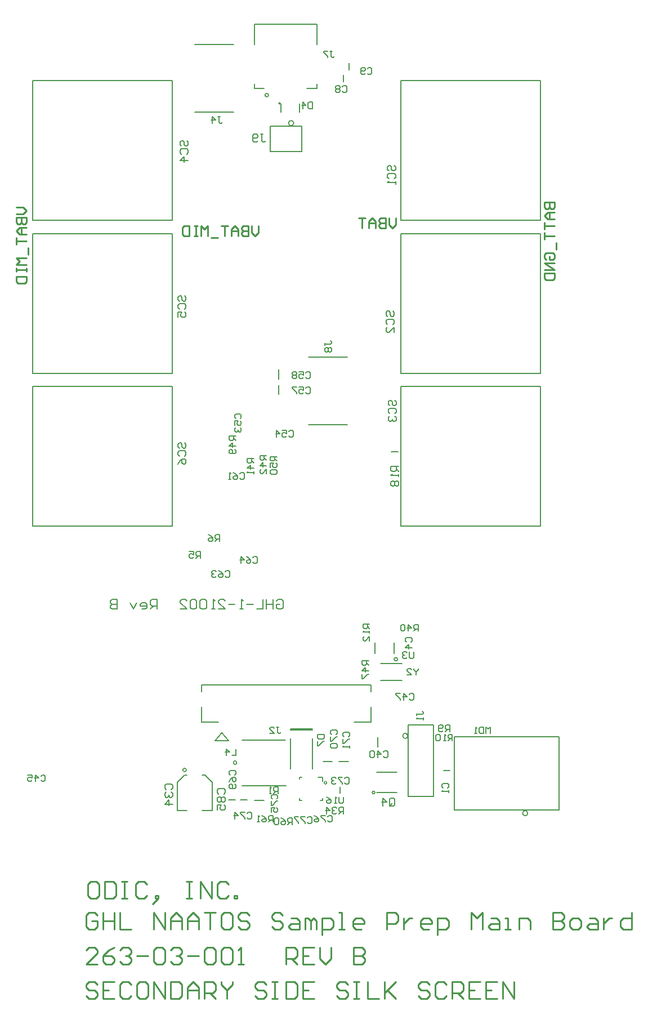
<source format=gbo>
G04*
G04 #@! TF.GenerationSoftware,Altium Limited,Altium Designer,24.9.1 (31)*
G04*
G04 Layer_Color=32896*
%FSLAX44Y44*%
%MOMM*%
G71*
G04*
G04 #@! TF.SameCoordinates,7F96DF23-6EF7-4123-9D03-ABB94F86F5D4*
G04*
G04*
G04 #@! TF.FilePolarity,Positive*
G04*
G01*
G75*
%ADD10C,0.2030*%
%ADD11C,0.1524*%
%ADD12C,0.2000*%
%ADD14C,0.2032*%
%ADD15C,0.1500*%
%ADD16C,0.1270*%
%ADD17C,0.2540*%
D10*
X427464Y38700D02*
X459464D01*
X427464Y12700D02*
X459464D01*
D11*
X135300Y-121710D02*
G03*
X135300Y-121710I-2540J0D01*
G01*
X276755Y880036D02*
G03*
X276755Y880036I-1270J0D01*
G01*
X468460Y-70500D02*
G03*
X468460Y-70500I-3810J0D01*
G01*
X211311Y-110805D02*
G03*
X211311Y-110805I-2540J0D01*
G01*
X648750Y-186690D02*
G03*
X648750Y-186690I-3810J0D01*
G01*
X296810Y850550D02*
G03*
X296810Y850550I-3810J0D01*
G01*
X419005Y-155536D02*
G03*
X419005Y-155536I-2000J0D01*
G01*
X132500Y-129500D02*
X136500D01*
X121500Y-140500D02*
X132500Y-129500D01*
X121500Y-182500D02*
Y-140500D01*
Y-182500D02*
X136500D01*
X159500Y-129500D02*
X163500D01*
X174500Y-140500D01*
Y-182500D02*
Y-140500D01*
X159500Y-182500D02*
X174500D01*
X469430Y-54279D02*
X507022D01*
X469430Y-161721D02*
Y-54279D01*
Y-161721D02*
X507022D01*
Y-54279D01*
X413245Y-49484D02*
Y-26669D01*
X158246Y-4268D02*
Y6516D01*
Y-49484D02*
X183545D01*
X387946D02*
X413245D01*
Y-4268D02*
Y6516D01*
X158246D02*
X413245D01*
X158246Y-49484D02*
Y-26669D01*
X178566Y-77964D02*
X188726Y-66026D01*
X198886Y-77964D01*
X178566D02*
X198886D01*
X219438Y-145095D02*
X284970D01*
X218930Y-76515D02*
X284463D01*
X538133Y-181864D02*
X695867D01*
Y-72136D01*
X538133D02*
X695867D01*
X538133Y-181864D02*
Y-72136D01*
X447688Y53879D02*
Y69612D01*
X419240Y53879D02*
Y69612D01*
X309221Y808178D02*
Y845770D01*
X261500D02*
X309221D01*
X261500Y808178D02*
Y845770D01*
Y808178D02*
X309221D01*
X422005Y-155536D02*
X452005D01*
X422005Y-125536D02*
X452005D01*
D12*
X258855Y892656D02*
G03*
X258855Y892656I-2540J0D01*
G01*
X271003Y132496D02*
X273502Y134995D01*
X278501D01*
X281000Y132496D01*
Y122499D01*
X278501Y120000D01*
X273502D01*
X271003Y122499D01*
Y127498D01*
X276002D01*
X266005Y134995D02*
Y120000D01*
Y127498D01*
X256008D01*
Y134995D01*
Y120000D01*
X251010Y134995D02*
Y120000D01*
X241013D01*
X236015Y127498D02*
X226018D01*
X221019Y120000D02*
X216021D01*
X218520D01*
Y134995D01*
X221019Y132496D01*
X208524Y127498D02*
X198527D01*
X183532Y120000D02*
X193528D01*
X183532Y129997D01*
Y132496D01*
X186031Y134995D01*
X191029D01*
X193528Y132496D01*
X178533Y120000D02*
X173535D01*
X176034D01*
Y134995D01*
X178533Y132496D01*
X166037D02*
X163538Y134995D01*
X158540D01*
X156040Y132496D01*
Y122499D01*
X158540Y120000D01*
X163538D01*
X166037Y122499D01*
Y132496D01*
X151042D02*
X148543Y134995D01*
X143545D01*
X141045Y132496D01*
Y122499D01*
X143545Y120000D01*
X148543D01*
X151042Y122499D01*
Y132496D01*
X126050Y120000D02*
X136047D01*
X126050Y129997D01*
Y132496D01*
X128549Y134995D01*
X133548D01*
X136047Y132496D01*
X91061Y120000D02*
Y134995D01*
X83564D01*
X81065Y132496D01*
Y127498D01*
X83564Y124998D01*
X91061D01*
X86063D02*
X81065Y120000D01*
X68569D02*
X73567D01*
X76066Y122499D01*
Y127498D01*
X73567Y129997D01*
X68569D01*
X66070Y127498D01*
Y124998D01*
X76066D01*
X61071Y129997D02*
X56073Y120000D01*
X51074Y129997D01*
X31081Y134995D02*
Y120000D01*
X23583D01*
X21084Y122499D01*
Y124998D01*
X23583Y127498D01*
X31081D01*
X23583D01*
X21084Y129997D01*
Y132496D01*
X23583Y134995D01*
X31081D01*
D14*
X147790Y968800D02*
X206210D01*
X147790Y867200D02*
X206210D01*
X325461Y-119665D02*
Y-73945D01*
X292440Y-59975D02*
X325461D01*
X292440Y-61245D02*
Y-59975D01*
Y-61245D02*
X325461D01*
X292440Y-119665D02*
Y-73945D01*
X318790Y498800D02*
X377210D01*
X318790Y397200D02*
X377210D01*
X-96005Y704536D02*
X113995D01*
X-96005D02*
Y914536D01*
X113995D01*
Y704536D02*
Y914536D01*
X457995Y704536D02*
X667995D01*
X457995D02*
Y914536D01*
X667995D01*
Y704536D02*
Y914536D01*
X-96005Y474536D02*
X113995D01*
X-96005D02*
Y684536D01*
X113995D01*
Y474536D02*
Y684536D01*
X457995Y244536D02*
X667995D01*
X457995D02*
Y454536D01*
X667995D01*
Y244536D02*
Y454536D01*
X-96005Y244536D02*
X113995D01*
X-96005D02*
Y454536D01*
X113995D01*
Y244536D02*
Y454536D01*
X457995Y474536D02*
X667995D01*
X457995D02*
Y684536D01*
X667995D01*
Y474536D02*
Y684536D01*
D15*
X453004Y44700D02*
G03*
X453004Y44700I-2540J0D01*
G01*
X346539Y-140915D02*
G03*
X346539Y-140915I-1998J0D01*
G01*
X305965Y867336D02*
Y880036D01*
X278025Y867336D02*
Y880036D01*
X340201Y-138805D02*
Y-132555D01*
X333951D02*
X340201D01*
X305700D02*
X308701D01*
X305700Y-135555D02*
Y-132555D01*
Y-167055D02*
Y-164055D01*
Y-167055D02*
X308701D01*
X340201D02*
Y-164055D01*
X337201Y-167055D02*
X340201D01*
X184001Y-158003D02*
X182002Y-156003D01*
Y-152004D01*
X184001Y-150005D01*
X191999D01*
X193998Y-152004D01*
Y-156003D01*
X191999Y-158003D01*
X184001Y-162001D02*
X182002Y-164001D01*
Y-167999D01*
X184001Y-169999D01*
X186001D01*
X188000Y-167999D01*
X189999Y-169999D01*
X191999D01*
X193998Y-167999D01*
Y-164001D01*
X191999Y-162001D01*
X189999D01*
X188000Y-164001D01*
X186001Y-162001D01*
X184001D01*
X188000Y-164001D02*
Y-167999D01*
X182002Y-181995D02*
Y-173997D01*
X188000D01*
X186001Y-177996D01*
Y-179995D01*
X188000Y-181995D01*
X191999D01*
X193998Y-179995D01*
Y-175997D01*
X191999Y-173997D01*
X125001Y361997D02*
X123002Y363997D01*
Y367995D01*
X125001Y369995D01*
X127001D01*
X129000Y367995D01*
Y363997D01*
X130999Y361997D01*
X132999D01*
X134998Y363997D01*
Y367995D01*
X132999Y369995D01*
X125001Y350001D02*
X123002Y352001D01*
Y355999D01*
X125001Y357999D01*
X132999D01*
X134998Y355999D01*
Y352001D01*
X132999Y350001D01*
X123002Y338005D02*
X125001Y342004D01*
X129000Y346003D01*
X132999D01*
X134998Y344003D01*
Y340005D01*
X132999Y338005D01*
X130999D01*
X129000Y340005D01*
Y346003D01*
X125001Y582997D02*
X123002Y584997D01*
Y588995D01*
X125001Y590995D01*
X127001D01*
X129000Y588995D01*
Y584997D01*
X130999Y582997D01*
X132999D01*
X134998Y584997D01*
Y588995D01*
X132999Y590995D01*
X125001Y571001D02*
X123002Y573001D01*
Y576999D01*
X125001Y578999D01*
X132999D01*
X134998Y576999D01*
Y573001D01*
X132999Y571001D01*
X123002Y559005D02*
Y567002D01*
X129000D01*
X127001Y563004D01*
Y561004D01*
X129000Y559005D01*
X132999D01*
X134998Y561004D01*
Y565003D01*
X132999Y567002D01*
X128001Y815997D02*
X126002Y817997D01*
Y821995D01*
X128001Y823995D01*
X130001D01*
X132000Y821995D01*
Y817997D01*
X133999Y815997D01*
X135999D01*
X137998Y817997D01*
Y821995D01*
X135999Y823995D01*
X128001Y804001D02*
X126002Y806001D01*
Y809999D01*
X128001Y811999D01*
X135999D01*
X137998Y809999D01*
Y806001D01*
X135999Y804001D01*
X137998Y794005D02*
X126002D01*
X132000Y800003D01*
Y792005D01*
X441001Y425997D02*
X439002Y427997D01*
Y431995D01*
X441001Y433995D01*
X443001D01*
X445000Y431995D01*
Y427997D01*
X446999Y425997D01*
X448999D01*
X450998Y427997D01*
Y431995D01*
X448999Y433995D01*
X441001Y414001D02*
X439002Y416001D01*
Y419999D01*
X441001Y421999D01*
X448999D01*
X450998Y419999D01*
Y416001D01*
X448999Y414001D01*
X441001Y410003D02*
X439002Y408003D01*
Y404005D01*
X441001Y402005D01*
X443001D01*
X445000Y404005D01*
Y406004D01*
Y404005D01*
X446999Y402005D01*
X448999D01*
X450998Y404005D01*
Y408003D01*
X448999Y410003D01*
X438001Y559997D02*
X436002Y561997D01*
Y565995D01*
X438001Y567995D01*
X440001D01*
X442000Y565995D01*
Y561997D01*
X443999Y559997D01*
X445999D01*
X447998Y561997D01*
Y565995D01*
X445999Y567995D01*
X438001Y548001D02*
X436002Y550001D01*
Y553999D01*
X438001Y555999D01*
X445999D01*
X447998Y553999D01*
Y550001D01*
X445999Y548001D01*
X447998Y536005D02*
Y544002D01*
X440001Y536005D01*
X438001D01*
X436002Y538004D01*
Y542003D01*
X438001Y544002D01*
X440001Y778998D02*
X438002Y780997D01*
Y784996D01*
X440001Y786995D01*
X442001D01*
X444000Y784996D01*
Y780997D01*
X445999Y778998D01*
X447999D01*
X449998Y780997D01*
Y784996D01*
X447999Y786995D01*
X440001Y767002D02*
X438002Y769001D01*
Y773000D01*
X440001Y774999D01*
X447999D01*
X449998Y773000D01*
Y769001D01*
X447999Y767002D01*
X449998Y763003D02*
Y759005D01*
Y761004D01*
X438002D01*
X440001Y763003D01*
X454998Y334995D02*
X443002D01*
Y328997D01*
X445001Y326998D01*
X449000D01*
X450999Y328997D01*
Y334995D01*
Y330996D02*
X454998Y326998D01*
Y322999D02*
Y319000D01*
Y321000D01*
X443002D01*
X445001Y322999D01*
Y313002D02*
X443002Y311003D01*
Y307004D01*
X445001Y305005D01*
X447001D01*
X449000Y307004D01*
X450999Y305005D01*
X452999D01*
X454998Y307004D01*
Y311003D01*
X452999Y313002D01*
X450999D01*
X449000Y311003D01*
X447001Y313002D01*
X445001D01*
X449000Y311003D02*
Y307004D01*
X105001Y-151003D02*
X103002Y-149003D01*
Y-145005D01*
X105001Y-143005D01*
X112999D01*
X114998Y-145005D01*
Y-149003D01*
X112999Y-151003D01*
X105001Y-155001D02*
X103002Y-157001D01*
Y-160999D01*
X105001Y-162999D01*
X107001D01*
X109000Y-160999D01*
Y-159000D01*
Y-160999D01*
X110999Y-162999D01*
X112999D01*
X114998Y-160999D01*
Y-157001D01*
X112999Y-155001D01*
X114998Y-172995D02*
X103002D01*
X109000Y-166998D01*
Y-174995D01*
X369666Y905332D02*
X371332Y906998D01*
X374664D01*
X376331Y905332D01*
Y898668D01*
X374664Y897002D01*
X371332D01*
X369666Y898668D01*
X366334Y905332D02*
X364668Y906998D01*
X361335D01*
X359669Y905332D01*
Y903666D01*
X361335Y902000D01*
X359669Y900334D01*
Y898668D01*
X361335Y897002D01*
X364668D01*
X366334Y898668D01*
Y900334D01*
X364668Y902000D01*
X366334Y903666D01*
Y905332D01*
X364668Y902000D02*
X361335D01*
X407666Y932332D02*
X409332Y933998D01*
X412664D01*
X414331Y932332D01*
Y925668D01*
X412664Y924002D01*
X409332D01*
X407666Y925668D01*
X404334D02*
X402668Y924002D01*
X399336D01*
X397669Y925668D01*
Y932332D01*
X399336Y933998D01*
X402668D01*
X404334Y932332D01*
Y930666D01*
X402668Y929000D01*
X397669D01*
X246999Y833998D02*
X250998D01*
X248999D01*
Y824001D01*
X250998Y822002D01*
X252997D01*
X254997Y824001D01*
X243001D02*
X241001Y822002D01*
X237003D01*
X235003Y824001D01*
Y831999D01*
X237003Y833998D01*
X241001D01*
X243001Y831999D01*
Y829999D01*
X241001Y828000D01*
X235003D01*
X440999Y-173999D02*
Y-166001D01*
X442999Y-164002D01*
X446997D01*
X448997Y-166001D01*
Y-173999D01*
X446997Y-175998D01*
X442999D01*
X444998Y-171999D02*
X440999Y-175998D01*
X442999D02*
X440999Y-173999D01*
X431003Y-175998D02*
Y-164002D01*
X437001Y-170000D01*
X429003D01*
X265663Y-199998D02*
Y-190002D01*
X260665D01*
X258998Y-191668D01*
Y-195000D01*
X260665Y-196666D01*
X265663D01*
X262331D02*
X258998Y-199998D01*
X249002Y-190002D02*
X252334Y-191668D01*
X255666Y-195000D01*
Y-198332D01*
X254000Y-199998D01*
X250668D01*
X249002Y-198332D01*
Y-196666D01*
X250668Y-195000D01*
X255666D01*
X245669Y-199998D02*
X242337D01*
X244003D01*
Y-190002D01*
X245669Y-191668D01*
X484331Y30998D02*
Y29332D01*
X480998Y26000D01*
X477666Y29332D01*
Y30998D01*
X480998Y26000D02*
Y21002D01*
X467669D02*
X474334D01*
X467669Y27666D01*
Y29332D01*
X469336Y30998D01*
X472668D01*
X474334Y29332D01*
X371496Y-162002D02*
Y-170332D01*
X369830Y-171998D01*
X366498D01*
X364832Y-170332D01*
Y-162002D01*
X361499Y-171998D02*
X358167D01*
X359833D01*
Y-162002D01*
X361499Y-163668D01*
X346504Y-162002D02*
X349836Y-163668D01*
X353168Y-167000D01*
Y-170332D01*
X351502Y-171998D01*
X348170D01*
X346504Y-170332D01*
Y-168666D01*
X348170Y-167000D01*
X353168D01*
X477331Y55998D02*
Y47668D01*
X475664Y46002D01*
X472332D01*
X470666Y47668D01*
Y55998D01*
X467334Y54332D02*
X465668Y55998D01*
X462336D01*
X460669Y54332D01*
Y52666D01*
X462336Y51000D01*
X464002D01*
X462336D01*
X460669Y49334D01*
Y47668D01*
X462336Y46002D01*
X465668D01*
X467334Y47668D01*
X294329Y-203998D02*
Y-194002D01*
X289331D01*
X287665Y-195668D01*
Y-199000D01*
X289331Y-200666D01*
X294329D01*
X290997D02*
X287665Y-203998D01*
X277668Y-194002D02*
X281000Y-195668D01*
X284332Y-199000D01*
Y-202332D01*
X282666Y-203998D01*
X279334D01*
X277668Y-202332D01*
Y-200666D01*
X279334Y-199000D01*
X284332D01*
X274335Y-195668D02*
X272669Y-194002D01*
X269337D01*
X267671Y-195668D01*
Y-202332D01*
X269337Y-203998D01*
X272669D01*
X274335Y-202332D01*
Y-195668D01*
X271998Y349329D02*
X262002D01*
Y344331D01*
X263668Y342664D01*
X267000D01*
X268666Y344331D01*
Y349329D01*
Y345997D02*
X271998Y342664D01*
X262002Y332668D02*
Y339332D01*
X267000D01*
X265334Y336000D01*
Y334334D01*
X267000Y332668D01*
X270332D01*
X271998Y334334D01*
Y337666D01*
X270332Y339332D01*
X263668Y329335D02*
X262002Y327669D01*
Y324337D01*
X263668Y322671D01*
X270332D01*
X271998Y324337D01*
Y327669D01*
X270332Y329335D01*
X263668D01*
X209998Y380329D02*
X200002D01*
Y375331D01*
X201668Y373665D01*
X205000D01*
X206666Y375331D01*
Y380329D01*
Y376997D02*
X209998Y373665D01*
Y365334D02*
X200002D01*
X205000Y370332D01*
Y363668D01*
X208332Y360336D02*
X209998Y358669D01*
Y355337D01*
X208332Y353671D01*
X201668D01*
X200002Y355337D01*
Y358669D01*
X201668Y360336D01*
X203334D01*
X205000Y358669D01*
Y353671D01*
X409998Y42329D02*
X400002D01*
Y37331D01*
X401668Y35665D01*
X405000D01*
X406666Y37331D01*
Y42329D01*
Y38997D02*
X409998Y35665D01*
Y27334D02*
X400002D01*
X405000Y32332D01*
Y25668D01*
X400002Y22336D02*
Y15671D01*
X401668D01*
X408332Y22336D01*
X409998D01*
X255998Y350329D02*
X246002D01*
Y345331D01*
X247668Y343665D01*
X251000D01*
X252666Y345331D01*
Y350329D01*
Y346997D02*
X255998Y343665D01*
Y335334D02*
X246002D01*
X251000Y340332D01*
Y333668D01*
X255998Y323671D02*
Y330336D01*
X249334Y323671D01*
X247668D01*
X246002Y325337D01*
Y328669D01*
X247668Y330336D01*
X236998Y346663D02*
X227002D01*
Y341665D01*
X228668Y339998D01*
X232000D01*
X233666Y341665D01*
Y346663D01*
Y343331D02*
X236998Y339998D01*
Y331668D02*
X227002D01*
X232000Y336666D01*
Y330002D01*
X236998Y326669D02*
Y323337D01*
Y325003D01*
X227002D01*
X228668Y326669D01*
X484329Y87002D02*
Y96998D01*
X479331D01*
X477664Y95332D01*
Y92000D01*
X479331Y90334D01*
X484329D01*
X480997D02*
X477664Y87002D01*
X469334D02*
Y96998D01*
X474332Y92000D01*
X467668D01*
X464336Y95332D02*
X462669Y96998D01*
X459337D01*
X457671Y95332D01*
Y88668D01*
X459337Y87002D01*
X462669D01*
X464336Y88668D01*
Y95332D01*
X371329Y-187998D02*
Y-178002D01*
X366331D01*
X364664Y-179668D01*
Y-183000D01*
X366331Y-184666D01*
X371329D01*
X367997D02*
X364664Y-187998D01*
X361332Y-179668D02*
X359666Y-178002D01*
X356334D01*
X354668Y-179668D01*
Y-181334D01*
X356334Y-183000D01*
X358000D01*
X356334D01*
X354668Y-184666D01*
Y-186332D01*
X356334Y-187998D01*
X359666D01*
X361332Y-186332D01*
X346337Y-187998D02*
Y-178002D01*
X351335Y-183000D01*
X344671D01*
X410998Y97496D02*
X401002D01*
Y92498D01*
X402668Y90831D01*
X406000D01*
X407666Y92498D01*
Y97496D01*
Y94164D02*
X410998Y90831D01*
Y87499D02*
Y84167D01*
Y85833D01*
X401002D01*
X402668Y87499D01*
X410998Y72504D02*
Y79169D01*
X404334Y72504D01*
X402668D01*
X401002Y74170D01*
Y77502D01*
X402668Y79169D01*
X535496Y-77998D02*
Y-68002D01*
X530498D01*
X528831Y-69668D01*
Y-73000D01*
X530498Y-74666D01*
X535496D01*
X532164D02*
X528831Y-77998D01*
X525499D02*
X522167D01*
X523833D01*
Y-68002D01*
X525499Y-69668D01*
X517169D02*
X515502Y-68002D01*
X512170D01*
X510504Y-69668D01*
Y-76332D01*
X512170Y-77998D01*
X515502D01*
X517169Y-76332D01*
Y-69668D01*
X531331Y-63998D02*
Y-54002D01*
X526332D01*
X524666Y-55668D01*
Y-59000D01*
X526332Y-60666D01*
X531331D01*
X527998D02*
X524666Y-63998D01*
X521334Y-62332D02*
X519668Y-63998D01*
X516335D01*
X514669Y-62332D01*
Y-55668D01*
X516335Y-54002D01*
X519668D01*
X521334Y-55668D01*
Y-57334D01*
X519668Y-59000D01*
X514669D01*
X185331Y222002D02*
Y231998D01*
X180332D01*
X178666Y230332D01*
Y227000D01*
X180332Y225334D01*
X185331D01*
X181998D02*
X178666Y222002D01*
X168669Y231998D02*
X172002Y230332D01*
X175334Y227000D01*
Y223668D01*
X173668Y222002D01*
X170336D01*
X168669Y223668D01*
Y225334D01*
X170336Y227000D01*
X175334D01*
X156331Y197002D02*
Y206998D01*
X151332D01*
X149666Y205332D01*
Y202000D01*
X151332Y200334D01*
X156331D01*
X152998D02*
X149666Y197002D01*
X139669Y206998D02*
X146334D01*
Y202000D01*
X143002Y203666D01*
X141335D01*
X139669Y202000D01*
Y198668D01*
X141335Y197002D01*
X144668D01*
X146334Y198668D01*
X273664Y-156998D02*
Y-147002D01*
X268666D01*
X267000Y-148668D01*
Y-152000D01*
X268666Y-153666D01*
X273664D01*
X270332D02*
X267000Y-156998D01*
X263668D02*
X260336D01*
X262002D01*
Y-147002D01*
X263668Y-148668D01*
X592663Y-66998D02*
Y-57002D01*
X589331Y-60334D01*
X585998Y-57002D01*
Y-66998D01*
X582666Y-57002D02*
Y-66998D01*
X577668D01*
X576002Y-65332D01*
Y-58668D01*
X577668Y-57002D01*
X582666D01*
X572669Y-66998D02*
X569337D01*
X571003D01*
Y-57002D01*
X572669Y-58668D01*
X210331Y-90002D02*
Y-99998D01*
X203666D01*
X195336D02*
Y-90002D01*
X200334Y-95000D01*
X193669D01*
X344002Y516666D02*
Y519998D01*
Y518332D01*
X352332D01*
X353998Y519998D01*
Y521665D01*
X352332Y523331D01*
X345668Y513334D02*
X344002Y511668D01*
Y508335D01*
X345668Y506669D01*
X347334D01*
X349000Y508335D01*
X350666Y506669D01*
X352332D01*
X353998Y508335D01*
Y511668D01*
X352332Y513334D01*
X350666D01*
X349000Y511668D01*
X347334Y513334D01*
X345668D01*
X349000Y511668D02*
Y508335D01*
X351666Y958998D02*
X354998D01*
X353332D01*
Y950668D01*
X354998Y949002D01*
X356665D01*
X358331Y950668D01*
X348334Y958998D02*
X341669D01*
Y957332D01*
X348334Y950668D01*
Y949002D01*
X182666Y859998D02*
X185998D01*
X184332D01*
Y851668D01*
X185998Y850002D01*
X187665D01*
X189331Y851668D01*
X174335Y850002D02*
Y859998D01*
X179334Y855000D01*
X172669D01*
X270666Y-57002D02*
X273998D01*
X272332D01*
Y-65332D01*
X273998Y-66998D01*
X275665D01*
X277331Y-65332D01*
X260669Y-66998D02*
X267334D01*
X260669Y-60334D01*
Y-58668D01*
X262335Y-57002D01*
X265668D01*
X267334Y-58668D01*
X482002Y-40000D02*
Y-36668D01*
Y-38334D01*
X490332D01*
X491998Y-36668D01*
Y-35002D01*
X490332Y-33335D01*
X491998Y-43332D02*
Y-46665D01*
Y-44998D01*
X482002D01*
X483668Y-43332D01*
X333002Y-68669D02*
X342998D01*
Y-73668D01*
X341332Y-75334D01*
X334668D01*
X333002Y-73668D01*
Y-68669D01*
Y-78666D02*
Y-85331D01*
X334668D01*
X341332Y-78666D01*
X342998D01*
X325331Y881998D02*
Y872002D01*
X320332D01*
X318666Y873668D01*
Y880332D01*
X320332Y881998D01*
X325331D01*
X310336Y872002D02*
Y881998D01*
X315334Y877000D01*
X308669D01*
X317665Y-193668D02*
X319331Y-192002D01*
X322663D01*
X324329Y-193668D01*
Y-200332D01*
X322663Y-201998D01*
X319331D01*
X317665Y-200332D01*
X314332Y-192002D02*
X307668D01*
Y-193668D01*
X314332Y-200332D01*
Y-201998D01*
X304335Y-192002D02*
X297671D01*
Y-193668D01*
X304335Y-200332D01*
Y-201998D01*
X347664Y-191668D02*
X349331Y-190002D01*
X352663D01*
X354329Y-191668D01*
Y-198332D01*
X352663Y-199998D01*
X349331D01*
X347664Y-198332D01*
X344332Y-190002D02*
X337668D01*
Y-191668D01*
X344332Y-198332D01*
Y-199998D01*
X327671Y-190002D02*
X331003Y-191668D01*
X334336Y-195000D01*
Y-198332D01*
X332669Y-199998D01*
X329337D01*
X327671Y-198332D01*
Y-196666D01*
X329337Y-195000D01*
X334336D01*
X264668Y-165336D02*
X263002Y-163669D01*
Y-160337D01*
X264668Y-158671D01*
X271332D01*
X272998Y-160337D01*
Y-163669D01*
X271332Y-165336D01*
X263002Y-168668D02*
Y-175332D01*
X264668D01*
X271332Y-168668D01*
X272998D01*
X263002Y-185329D02*
Y-178665D01*
X268000D01*
X266334Y-181997D01*
Y-183663D01*
X268000Y-185329D01*
X271332D01*
X272998Y-183663D01*
Y-180331D01*
X271332Y-178665D01*
X226665Y-186668D02*
X228331Y-185002D01*
X231663D01*
X233329Y-186668D01*
Y-193332D01*
X231663Y-194998D01*
X228331D01*
X226665Y-193332D01*
X223332Y-185002D02*
X216668D01*
Y-186668D01*
X223332Y-193332D01*
Y-194998D01*
X208337D02*
Y-185002D01*
X213335Y-190000D01*
X206671D01*
X373665Y-134668D02*
X375331Y-133002D01*
X378663D01*
X380329Y-134668D01*
Y-141332D01*
X378663Y-142998D01*
X375331D01*
X373665Y-141332D01*
X370332Y-133002D02*
X363668D01*
Y-134668D01*
X370332Y-141332D01*
Y-142998D01*
X360336Y-134668D02*
X358669Y-133002D01*
X355337D01*
X353671Y-134668D01*
Y-136334D01*
X355337Y-138000D01*
X357003D01*
X355337D01*
X353671Y-139666D01*
Y-141332D01*
X355337Y-142998D01*
X358669D01*
X360336Y-141332D01*
X372668Y-72002D02*
X371002Y-70335D01*
Y-67003D01*
X372668Y-65337D01*
X379332D01*
X380998Y-67003D01*
Y-70335D01*
X379332Y-72002D01*
X371002Y-75334D02*
Y-81998D01*
X372668D01*
X379332Y-75334D01*
X380998D01*
Y-85331D02*
Y-88663D01*
Y-86997D01*
X371002D01*
X372668Y-85331D01*
X353668Y-68335D02*
X352002Y-66669D01*
Y-63337D01*
X353668Y-61671D01*
X360332D01*
X361998Y-63337D01*
Y-66669D01*
X360332Y-68335D01*
X352002Y-71668D02*
Y-78332D01*
X353668D01*
X360332Y-71668D01*
X361998D01*
X353668Y-81664D02*
X352002Y-83331D01*
Y-86663D01*
X353668Y-88329D01*
X360332D01*
X361998Y-86663D01*
Y-83331D01*
X360332Y-81664D01*
X353668D01*
X201668Y-129335D02*
X200002Y-127669D01*
Y-124337D01*
X201668Y-122671D01*
X208332D01*
X209998Y-124337D01*
Y-127669D01*
X208332Y-129335D01*
X200002Y-139332D02*
X201668Y-136000D01*
X205000Y-132668D01*
X208332D01*
X209998Y-134334D01*
Y-137666D01*
X208332Y-139332D01*
X206666D01*
X205000Y-137666D01*
Y-132668D01*
X208332Y-142664D02*
X209998Y-144331D01*
Y-147663D01*
X208332Y-149329D01*
X201668D01*
X200002Y-147663D01*
Y-144331D01*
X201668Y-142664D01*
X203334D01*
X205000Y-144331D01*
Y-149329D01*
X235665Y197332D02*
X237331Y198998D01*
X240663D01*
X242329Y197332D01*
Y190668D01*
X240663Y189002D01*
X237331D01*
X235665Y190668D01*
X225668Y198998D02*
X229000Y197332D01*
X232332Y194000D01*
Y190668D01*
X230666Y189002D01*
X227334D01*
X225668Y190668D01*
Y192334D01*
X227334Y194000D01*
X232332D01*
X217337Y189002D02*
Y198998D01*
X222335Y194000D01*
X215671D01*
X193664Y176332D02*
X195331Y177998D01*
X198663D01*
X200329Y176332D01*
Y169668D01*
X198663Y168002D01*
X195331D01*
X193664Y169668D01*
X183668Y177998D02*
X187000Y176332D01*
X190332Y173000D01*
Y169668D01*
X188666Y168002D01*
X185334D01*
X183668Y169668D01*
Y171334D01*
X185334Y173000D01*
X190332D01*
X180336Y176332D02*
X178669Y177998D01*
X175337D01*
X173671Y176332D01*
Y174666D01*
X175337Y173000D01*
X177003D01*
X175337D01*
X173671Y171334D01*
Y169668D01*
X175337Y168002D01*
X178669D01*
X180336Y169668D01*
X215773Y323382D02*
X217439Y325048D01*
X220772D01*
X222438Y323382D01*
Y316718D01*
X220772Y315052D01*
X217439D01*
X215773Y316718D01*
X205777Y325048D02*
X209109Y323382D01*
X212441Y320050D01*
Y316718D01*
X210775Y315052D01*
X207443D01*
X205777Y316718D01*
Y318384D01*
X207443Y320050D01*
X212441D01*
X202444Y315052D02*
X199112D01*
X200778D01*
Y325048D01*
X202444Y323382D01*
X314664Y475332D02*
X316331Y476998D01*
X319663D01*
X321329Y475332D01*
Y468668D01*
X319663Y467002D01*
X316331D01*
X314664Y468668D01*
X304668Y476998D02*
X311332D01*
Y472000D01*
X308000Y473666D01*
X306334D01*
X304668Y472000D01*
Y468668D01*
X306334Y467002D01*
X309666D01*
X311332Y468668D01*
X301336Y475332D02*
X299669Y476998D01*
X296337D01*
X294671Y475332D01*
Y473666D01*
X296337Y472000D01*
X294671Y470334D01*
Y468668D01*
X296337Y467002D01*
X299669D01*
X301336Y468668D01*
Y470334D01*
X299669Y472000D01*
X301336Y473666D01*
Y475332D01*
X299669Y472000D02*
X296337D01*
X314664Y452332D02*
X316331Y453998D01*
X319663D01*
X321329Y452332D01*
Y445668D01*
X319663Y444002D01*
X316331D01*
X314664Y445668D01*
X304668Y453998D02*
X311332D01*
Y449000D01*
X308000Y450666D01*
X306334D01*
X304668Y449000D01*
Y445668D01*
X306334Y444002D01*
X309666D01*
X311332Y445668D01*
X301336Y453998D02*
X294671D01*
Y452332D01*
X301336Y445668D01*
Y444002D01*
X289664Y387332D02*
X291331Y388998D01*
X294663D01*
X296329Y387332D01*
Y380668D01*
X294663Y379002D01*
X291331D01*
X289664Y380668D01*
X279668Y388998D02*
X286332D01*
Y384000D01*
X283000Y385666D01*
X281334D01*
X279668Y384000D01*
Y380668D01*
X281334Y379002D01*
X284666D01*
X286332Y380668D01*
X271337Y379002D02*
Y388998D01*
X276336Y384000D01*
X269671D01*
X209668Y406665D02*
X208002Y408331D01*
Y411663D01*
X209668Y413329D01*
X216332D01*
X217998Y411663D01*
Y408331D01*
X216332Y406665D01*
X208002Y396668D02*
Y403332D01*
X213000D01*
X211334Y400000D01*
Y398334D01*
X213000Y396668D01*
X216332D01*
X217998Y398334D01*
Y401666D01*
X216332Y403332D01*
X209668Y393335D02*
X208002Y391669D01*
Y388337D01*
X209668Y386671D01*
X211334D01*
X213000Y388337D01*
Y390003D01*
Y388337D01*
X214666Y386671D01*
X216332D01*
X217998Y388337D01*
Y391669D01*
X216332Y393335D01*
X470664Y-8668D02*
X472331Y-7002D01*
X475663D01*
X477329Y-8668D01*
Y-15332D01*
X475663Y-16998D01*
X472331D01*
X470664Y-15332D01*
X462334Y-16998D02*
Y-7002D01*
X467332Y-12000D01*
X460668D01*
X457336Y-7002D02*
X450671D01*
Y-8668D01*
X457336Y-15332D01*
Y-16998D01*
X-83335Y-130668D02*
X-81669Y-129002D01*
X-78337D01*
X-76671Y-130668D01*
Y-137332D01*
X-78337Y-138998D01*
X-81669D01*
X-83335Y-137332D01*
X-91666Y-138998D02*
Y-129002D01*
X-86668Y-134000D01*
X-93332D01*
X-103329Y-129002D02*
X-96664D01*
Y-134000D01*
X-99997Y-132334D01*
X-101663D01*
X-103329Y-134000D01*
Y-137332D01*
X-101663Y-138998D01*
X-98331D01*
X-96664Y-137332D01*
X431665Y-94668D02*
X433331Y-93002D01*
X436663D01*
X438329Y-94668D01*
Y-101332D01*
X436663Y-102998D01*
X433331D01*
X431665Y-101332D01*
X423334Y-102998D02*
Y-93002D01*
X428332Y-98000D01*
X421668D01*
X418335Y-94668D02*
X416669Y-93002D01*
X413337D01*
X411671Y-94668D01*
Y-101332D01*
X413337Y-102998D01*
X416669D01*
X418335Y-101332D01*
Y-94668D01*
X466668Y70666D02*
X465002Y72332D01*
Y75665D01*
X466668Y77331D01*
X473332D01*
X474998Y75665D01*
Y72332D01*
X473332Y70666D01*
X474998Y62335D02*
X465002D01*
X470000Y67334D01*
Y60669D01*
X521668Y-149000D02*
X520002Y-147334D01*
Y-144002D01*
X521668Y-142336D01*
X528332D01*
X529998Y-144002D01*
Y-147334D01*
X528332Y-149000D01*
X529998Y-152332D02*
Y-155665D01*
Y-153998D01*
X520002D01*
X521668Y-152332D01*
D16*
X444000Y357000D02*
X454000D01*
X522000Y-123000D02*
X532000D01*
X423000Y-87000D02*
Y-73000D01*
X274225Y442950D02*
Y456950D01*
Y465950D02*
Y479950D01*
X216950Y-166805D02*
X226950D01*
X340951Y-108805D02*
X354950D01*
X364950D02*
X378951D01*
X366950Y-156805D02*
Y-146805D01*
X237950Y-167805D02*
X251950D01*
X237745Y902436D02*
Y909736D01*
Y998936D02*
X331645D01*
Y969136D02*
Y998936D01*
X237745Y902436D02*
X252495D01*
X237745Y969136D02*
Y998936D01*
X316895Y902436D02*
X331645D01*
Y909736D01*
X379995Y930536D02*
Y940536D01*
X371308Y913223D02*
Y923223D01*
X199000Y-167000D02*
X209000D01*
D17*
X-120314Y724460D02*
X-110158D01*
X-105079Y719382D01*
X-110158Y714303D01*
X-120314D01*
Y709225D02*
X-105079D01*
Y701607D01*
X-107618Y699068D01*
X-110158D01*
X-112697Y701607D01*
Y709225D01*
Y701607D01*
X-115236Y699068D01*
X-117775D01*
X-120314Y701607D01*
Y709225D01*
X-105079Y693990D02*
X-115236D01*
X-120314Y688912D01*
X-115236Y683833D01*
X-105079D01*
X-112697D01*
Y693990D01*
X-120314Y678755D02*
Y668598D01*
Y673676D01*
X-105079D01*
X-102540Y663520D02*
Y653363D01*
X-105079Y648285D02*
X-120314D01*
X-115236Y643206D01*
X-120314Y638128D01*
X-105079D01*
X-120314Y633050D02*
Y627971D01*
Y630510D01*
X-105079D01*
Y633050D01*
Y627971D01*
X-120314Y620354D02*
X-105079D01*
Y612736D01*
X-107618Y610197D01*
X-117775D01*
X-120314Y612736D01*
Y620354D01*
X243460Y696314D02*
Y686158D01*
X238382Y681079D01*
X233303Y686158D01*
Y696314D01*
X228225D02*
Y681079D01*
X220607D01*
X218068Y683618D01*
Y686158D01*
X220607Y688697D01*
X228225D01*
X220607D01*
X218068Y691236D01*
Y693775D01*
X220607Y696314D01*
X228225D01*
X212990Y681079D02*
Y691236D01*
X207911Y696314D01*
X202833Y691236D01*
Y681079D01*
Y688697D01*
X212990D01*
X197755Y696314D02*
X187598D01*
X192676D01*
Y681079D01*
X182520Y678540D02*
X172363D01*
X167285Y681079D02*
Y696314D01*
X162206Y691236D01*
X157128Y696314D01*
Y681079D01*
X152050Y696314D02*
X146971D01*
X149510D01*
Y681079D01*
X152050D01*
X146971D01*
X139354Y696314D02*
Y681079D01*
X131736D01*
X129197Y683618D01*
Y693775D01*
X131736Y696314D01*
X139354D01*
X450460Y707775D02*
Y697618D01*
X445382Y692540D01*
X440303Y697618D01*
Y707775D01*
X435225D02*
Y692540D01*
X427607D01*
X425068Y695079D01*
Y697618D01*
X427607Y700157D01*
X435225D01*
X427607D01*
X425068Y702697D01*
Y705236D01*
X427607Y707775D01*
X435225D01*
X419990Y692540D02*
Y702697D01*
X414911Y707775D01*
X409833Y702697D01*
Y692540D01*
Y700157D01*
X419990D01*
X404755Y707775D02*
X394598D01*
X399676D01*
Y692540D01*
X673686Y731460D02*
X688921D01*
Y723842D01*
X686382Y721303D01*
X683842D01*
X681303Y723842D01*
Y731460D01*
Y723842D01*
X678764Y721303D01*
X676225D01*
X673686Y723842D01*
Y731460D01*
X688921Y716225D02*
X678764D01*
X673686Y711147D01*
X678764Y706068D01*
X688921D01*
X681303D01*
Y716225D01*
X673686Y700990D02*
Y690833D01*
Y695911D01*
X688921D01*
X673686Y685755D02*
Y675598D01*
Y680676D01*
X688921D01*
X691460Y670520D02*
Y660363D01*
X676225Y645128D02*
X673686Y647667D01*
Y652746D01*
X676225Y655285D01*
X686382D01*
X688921Y652746D01*
Y647667D01*
X686382Y645128D01*
X681303D01*
Y650206D01*
X688921Y640050D02*
X673686D01*
X688921Y629893D01*
X673686D01*
Y624814D02*
X688921D01*
Y617197D01*
X686382Y614658D01*
X676225D01*
X673686Y617197D01*
Y624814D01*
X1747Y-444484D02*
X-2485Y-440253D01*
X-10948D01*
X-15180Y-444484D01*
Y-448717D01*
X-10948Y-452948D01*
X-2485D01*
X1747Y-457180D01*
Y-461412D01*
X-2485Y-465644D01*
X-10948D01*
X-15180Y-461412D01*
X27139Y-440253D02*
X10211D01*
Y-465644D01*
X27139D01*
X10211Y-452948D02*
X18675D01*
X52531Y-444484D02*
X48299Y-440253D01*
X39835D01*
X35603Y-444484D01*
Y-461412D01*
X39835Y-465644D01*
X48299D01*
X52531Y-461412D01*
X73691Y-440253D02*
X65227D01*
X60995Y-444484D01*
Y-461412D01*
X65227Y-465644D01*
X73691D01*
X77923Y-461412D01*
Y-444484D01*
X73691Y-440253D01*
X86387Y-465644D02*
Y-440253D01*
X103315Y-465644D01*
Y-440253D01*
X111778D02*
Y-465644D01*
X124474D01*
X128706Y-461412D01*
Y-444484D01*
X124474Y-440253D01*
X111778D01*
X137170Y-465644D02*
Y-448717D01*
X145634Y-440253D01*
X154098Y-448717D01*
Y-465644D01*
Y-452948D01*
X137170D01*
X162562Y-465644D02*
Y-440253D01*
X175258D01*
X179490Y-444484D01*
Y-452948D01*
X175258Y-457180D01*
X162562D01*
X171026D02*
X179490Y-465644D01*
X187954Y-440253D02*
Y-444484D01*
X196418Y-452948D01*
X204882Y-444484D01*
Y-440253D01*
X196418Y-452948D02*
Y-465644D01*
X255665Y-444484D02*
X251433Y-440253D01*
X242969D01*
X238738Y-444484D01*
Y-448717D01*
X242969Y-452948D01*
X251433D01*
X255665Y-457180D01*
Y-461412D01*
X251433Y-465644D01*
X242969D01*
X238738Y-461412D01*
X264129Y-440253D02*
X272593D01*
X268361D01*
Y-465644D01*
X264129D01*
X272593D01*
X285289Y-440253D02*
Y-465644D01*
X297985D01*
X302217Y-461412D01*
Y-444484D01*
X297985Y-440253D01*
X285289D01*
X327609D02*
X310681D01*
Y-465644D01*
X327609D01*
X310681Y-452948D02*
X319145D01*
X378392Y-444484D02*
X374160Y-440253D01*
X365696D01*
X361465Y-444484D01*
Y-448717D01*
X365696Y-452948D01*
X374160D01*
X378392Y-457180D01*
Y-461412D01*
X374160Y-465644D01*
X365696D01*
X361465Y-461412D01*
X386856Y-440253D02*
X395320D01*
X391088D01*
Y-465644D01*
X386856D01*
X395320D01*
X408016Y-440253D02*
Y-465644D01*
X424944D01*
X433408Y-440253D02*
Y-465644D01*
Y-457180D01*
X450336Y-440253D01*
X437640Y-452948D01*
X450336Y-465644D01*
X501119Y-444484D02*
X496887Y-440253D01*
X488424D01*
X484192Y-444484D01*
Y-448717D01*
X488424Y-452948D01*
X496887D01*
X501119Y-457180D01*
Y-461412D01*
X496887Y-465644D01*
X488424D01*
X484192Y-461412D01*
X526511Y-444484D02*
X522279Y-440253D01*
X513815D01*
X509583Y-444484D01*
Y-461412D01*
X513815Y-465644D01*
X522279D01*
X526511Y-461412D01*
X534975Y-465644D02*
Y-440253D01*
X547671D01*
X551903Y-444484D01*
Y-452948D01*
X547671Y-457180D01*
X534975D01*
X543439D02*
X551903Y-465644D01*
X577295Y-440253D02*
X560367D01*
Y-465644D01*
X577295D01*
X560367Y-452948D02*
X568831D01*
X602687Y-440253D02*
X585759D01*
Y-465644D01*
X602687D01*
X585759Y-452948D02*
X594223D01*
X611151Y-465644D02*
Y-440253D01*
X628078Y-465644D01*
Y-440253D01*
X-145Y-288975D02*
X-8608D01*
X-12840Y-293207D01*
Y-310134D01*
X-8608Y-314366D01*
X-145D01*
X4087Y-310134D01*
Y-293207D01*
X-145Y-288975D01*
X12551D02*
Y-314366D01*
X25247D01*
X29479Y-310134D01*
Y-293207D01*
X25247Y-288975D01*
X12551D01*
X37943D02*
X46407D01*
X42175D01*
Y-314366D01*
X37943D01*
X46407D01*
X76031Y-293207D02*
X71799Y-288975D01*
X63335D01*
X59103Y-293207D01*
Y-310134D01*
X63335Y-314366D01*
X71799D01*
X76031Y-310134D01*
X88727Y-318598D02*
X92959Y-314366D01*
Y-310134D01*
X88727D01*
Y-314366D01*
X92959D01*
X88727Y-318598D01*
X84495Y-322830D01*
X135278Y-288975D02*
X143742D01*
X139510D01*
Y-314366D01*
X135278D01*
X143742D01*
X156438D02*
Y-288975D01*
X173366Y-314366D01*
Y-288975D01*
X198758Y-293207D02*
X194526Y-288975D01*
X186062D01*
X181830Y-293207D01*
Y-310134D01*
X186062Y-314366D01*
X194526D01*
X198758Y-310134D01*
X207222Y-314366D02*
Y-310134D01*
X211454D01*
Y-314366D01*
X207222D01*
X1341Y-340332D02*
X-2891Y-336100D01*
X-11355D01*
X-15587Y-340332D01*
Y-357260D01*
X-11355Y-361492D01*
X-2891D01*
X1341Y-357260D01*
Y-348796D01*
X-7123D01*
X9805Y-336100D02*
Y-361492D01*
Y-348796D01*
X26733D01*
Y-336100D01*
Y-361492D01*
X35197Y-336100D02*
Y-361492D01*
X52125D01*
X85980D02*
Y-336100D01*
X102908Y-361492D01*
Y-336100D01*
X111372Y-361492D02*
Y-344564D01*
X119836Y-336100D01*
X128300Y-344564D01*
Y-361492D01*
Y-348796D01*
X111372D01*
X136764Y-361492D02*
Y-344564D01*
X145228Y-336100D01*
X153692Y-344564D01*
Y-361492D01*
Y-348796D01*
X136764D01*
X162156Y-336100D02*
X179083D01*
X170620D01*
Y-361492D01*
X200243Y-336100D02*
X191779D01*
X187547Y-340332D01*
Y-357260D01*
X191779Y-361492D01*
X200243D01*
X204475Y-357260D01*
Y-340332D01*
X200243Y-336100D01*
X229867Y-340332D02*
X225635Y-336100D01*
X217171D01*
X212939Y-340332D01*
Y-344564D01*
X217171Y-348796D01*
X225635D01*
X229867Y-353028D01*
Y-357260D01*
X225635Y-361492D01*
X217171D01*
X212939Y-357260D01*
X280651Y-340332D02*
X276419Y-336100D01*
X267955D01*
X263723Y-340332D01*
Y-344564D01*
X267955Y-348796D01*
X276419D01*
X280651Y-353028D01*
Y-357260D01*
X276419Y-361492D01*
X267955D01*
X263723Y-357260D01*
X293347Y-344564D02*
X301810D01*
X306042Y-348796D01*
Y-361492D01*
X293347D01*
X289115Y-357260D01*
X293347Y-353028D01*
X306042D01*
X314506Y-361492D02*
Y-344564D01*
X318738D01*
X322970Y-348796D01*
Y-361492D01*
Y-348796D01*
X327202Y-344564D01*
X331434Y-348796D01*
Y-361492D01*
X339898Y-369956D02*
Y-344564D01*
X352594D01*
X356826Y-348796D01*
Y-357260D01*
X352594Y-361492D01*
X339898D01*
X365290D02*
X373754D01*
X369522D01*
Y-336100D01*
X365290D01*
X399146Y-361492D02*
X390682D01*
X386450Y-357260D01*
Y-348796D01*
X390682Y-344564D01*
X399146D01*
X403378Y-348796D01*
Y-353028D01*
X386450D01*
X437233Y-361492D02*
Y-336100D01*
X449929D01*
X454161Y-340332D01*
Y-348796D01*
X449929Y-353028D01*
X437233D01*
X462625Y-344564D02*
Y-361492D01*
Y-353028D01*
X466857Y-348796D01*
X471089Y-344564D01*
X475321D01*
X500713Y-361492D02*
X492249D01*
X488017Y-357260D01*
Y-348796D01*
X492249Y-344564D01*
X500713D01*
X504945Y-348796D01*
Y-353028D01*
X488017D01*
X513409Y-369956D02*
Y-344564D01*
X526105D01*
X530337Y-348796D01*
Y-357260D01*
X526105Y-361492D01*
X513409D01*
X564192D02*
Y-336100D01*
X572656Y-344564D01*
X581120Y-336100D01*
Y-361492D01*
X593816Y-344564D02*
X602280D01*
X606512Y-348796D01*
Y-361492D01*
X593816D01*
X589584Y-357260D01*
X593816Y-353028D01*
X606512D01*
X614976Y-361492D02*
X623440D01*
X619208D01*
Y-344564D01*
X614976D01*
X636136Y-361492D02*
Y-344564D01*
X648832D01*
X653064Y-348796D01*
Y-361492D01*
X686919Y-336100D02*
Y-361492D01*
X699615D01*
X703847Y-357260D01*
Y-353028D01*
X699615Y-348796D01*
X686919D01*
X699615D01*
X703847Y-344564D01*
Y-340332D01*
X699615Y-336100D01*
X686919D01*
X716543Y-361492D02*
X725007D01*
X729239Y-357260D01*
Y-348796D01*
X725007Y-344564D01*
X716543D01*
X712311Y-348796D01*
Y-357260D01*
X716543Y-361492D01*
X741935Y-344564D02*
X750399D01*
X754631Y-348796D01*
Y-361492D01*
X741935D01*
X737703Y-357260D01*
X741935Y-353028D01*
X754631D01*
X763095Y-344564D02*
Y-361492D01*
Y-353028D01*
X767327Y-348796D01*
X771559Y-344564D01*
X775791D01*
X805414Y-336100D02*
Y-361492D01*
X792719D01*
X788486Y-357260D01*
Y-348796D01*
X792719Y-344564D01*
X805414D01*
X1727Y-413574D02*
X-15201D01*
X1727Y-396646D01*
Y-392415D01*
X-2505Y-388183D01*
X-10969D01*
X-15201Y-392415D01*
X27119Y-388183D02*
X18655Y-392415D01*
X10191Y-400878D01*
Y-409342D01*
X14423Y-413574D01*
X22887D01*
X27119Y-409342D01*
Y-405110D01*
X22887Y-400878D01*
X10191D01*
X35583Y-392415D02*
X39815Y-388183D01*
X48279D01*
X52511Y-392415D01*
Y-396646D01*
X48279Y-400878D01*
X44047D01*
X48279D01*
X52511Y-405110D01*
Y-409342D01*
X48279Y-413574D01*
X39815D01*
X35583Y-409342D01*
X60975Y-400878D02*
X77903D01*
X86367Y-392415D02*
X90599Y-388183D01*
X99063D01*
X103295Y-392415D01*
Y-409342D01*
X99063Y-413574D01*
X90599D01*
X86367Y-409342D01*
Y-392415D01*
X111758D02*
X115990Y-388183D01*
X124454D01*
X128686Y-392415D01*
Y-396646D01*
X124454Y-400878D01*
X120222D01*
X124454D01*
X128686Y-405110D01*
Y-409342D01*
X124454Y-413574D01*
X115990D01*
X111758Y-409342D01*
X137150Y-400878D02*
X154078D01*
X162542Y-392415D02*
X166774Y-388183D01*
X175238D01*
X179470Y-392415D01*
Y-409342D01*
X175238Y-413574D01*
X166774D01*
X162542Y-409342D01*
Y-392415D01*
X187934D02*
X192166Y-388183D01*
X200630D01*
X204862Y-392415D01*
Y-409342D01*
X200630Y-413574D01*
X192166D01*
X187934Y-409342D01*
Y-392415D01*
X213326Y-413574D02*
X221790D01*
X217558D01*
Y-388183D01*
X213326Y-392415D01*
X285269Y-413574D02*
Y-388183D01*
X297965D01*
X302197Y-392415D01*
Y-400878D01*
X297965Y-405110D01*
X285269D01*
X293733D02*
X302197Y-413574D01*
X327589Y-388183D02*
X310661D01*
Y-413574D01*
X327589D01*
X310661Y-400878D02*
X319125D01*
X336053Y-388183D02*
Y-405110D01*
X344517Y-413574D01*
X352980Y-405110D01*
Y-388183D01*
X386836D02*
Y-413574D01*
X399532D01*
X403764Y-409342D01*
Y-405110D01*
X399532Y-400878D01*
X386836D01*
X399532D01*
X403764Y-396646D01*
Y-392415D01*
X399532Y-388183D01*
X386836D01*
M02*

</source>
